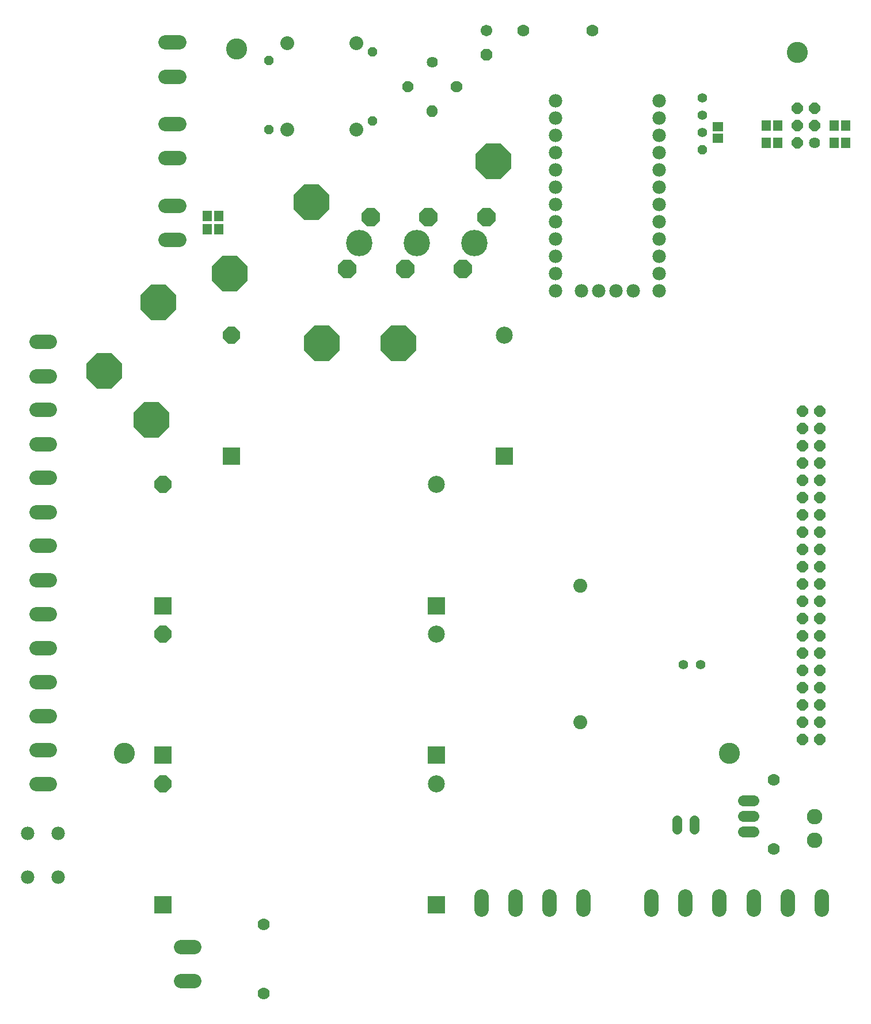
<source format=gbs>
G75*
G70*
%OFA0B0*%
%FSLAX24Y24*%
%IPPOS*%
%LPD*%
%AMOC8*
5,1,8,0,0,1.08239X$1,22.5*
%
%ADD10C,0.1221*%
%ADD11C,0.0560*%
%ADD12C,0.0808*%
%ADD13C,0.0780*%
%ADD14R,0.0631X0.0552*%
%ADD15OC8,0.0555*%
%ADD16C,0.0555*%
%ADD17C,0.0820*%
%ADD18R,0.0552X0.0631*%
%ADD19C,0.0800*%
%ADD20OC8,0.0560*%
%ADD21OC8,0.0640*%
%ADD22C,0.0900*%
%ADD23R,0.0985X0.0985*%
%ADD24OC8,0.0985*%
%ADD25C,0.0985*%
%ADD26OC8,0.2040*%
%ADD27C,0.0640*%
%ADD28C,0.0560*%
%ADD29C,0.0700*%
%ADD30OC8,0.1040*%
%ADD31C,0.1528*%
%ADD32C,0.0640*%
%ADD33OC8,0.0670*%
%ADD34C,0.0670*%
%ADD35C,0.0128*%
D10*
X008516Y015898D03*
X043556Y015898D03*
X047493Y056449D03*
X015012Y056646D03*
D11*
X040890Y021016D03*
X041890Y021016D03*
D12*
X034894Y017709D03*
X034894Y025583D03*
D13*
X002902Y008713D03*
X004682Y008713D03*
X004682Y011273D03*
X002902Y011273D03*
X033469Y042674D03*
X033469Y043674D03*
X033469Y044674D03*
X033469Y045674D03*
X033469Y046674D03*
X033469Y047674D03*
X033469Y048674D03*
X033469Y049674D03*
X033469Y050674D03*
X033469Y051674D03*
X033469Y052674D03*
X033469Y053674D03*
X039469Y053674D03*
X039469Y052674D03*
X039469Y051674D03*
X039469Y050674D03*
X039469Y049674D03*
X039469Y048674D03*
X039469Y047674D03*
X039469Y046674D03*
X039469Y045674D03*
X039469Y044674D03*
X039469Y043674D03*
X039469Y042674D03*
X037969Y042674D03*
X036969Y042674D03*
X035969Y042674D03*
X034969Y042674D03*
D14*
X042867Y051489D03*
X042867Y052158D03*
D15*
X041981Y050815D03*
D16*
X041981Y051815D03*
X041981Y052815D03*
X041981Y053815D03*
D17*
X011662Y055076D02*
X010882Y055076D01*
X010882Y057046D02*
X011662Y057046D01*
X011662Y052321D02*
X010882Y052321D01*
X010882Y050351D02*
X011662Y050351D01*
X011662Y047597D02*
X010882Y047597D01*
X010882Y045627D02*
X011662Y045627D01*
X004182Y039723D02*
X003402Y039723D01*
X003402Y037743D02*
X004182Y037743D01*
X004182Y035786D02*
X003402Y035786D01*
X003402Y033806D02*
X004182Y033806D01*
X004182Y031849D02*
X003402Y031849D01*
X003402Y029869D02*
X004182Y029869D01*
X004182Y027912D02*
X003402Y027912D01*
X003402Y025932D02*
X004182Y025932D01*
X004182Y023975D02*
X003402Y023975D01*
X003402Y021995D02*
X004182Y021995D01*
X004182Y020038D02*
X003402Y020038D01*
X003402Y018058D02*
X004182Y018058D01*
X004182Y016101D02*
X003402Y016101D01*
X003402Y014121D02*
X004182Y014121D01*
X011768Y004683D02*
X012548Y004683D01*
X012548Y002713D02*
X011768Y002713D01*
X029180Y006847D02*
X029180Y007627D01*
X031150Y007627D02*
X031150Y006847D01*
X033117Y006847D02*
X033117Y007627D01*
X035087Y007627D02*
X035087Y006847D01*
X039022Y006847D02*
X039022Y007627D01*
X040992Y007627D02*
X040992Y006847D01*
X042959Y006847D02*
X042959Y007627D01*
X044929Y007627D02*
X044929Y006847D01*
X046896Y006847D02*
X046896Y007627D01*
X048866Y007627D02*
X048866Y006847D01*
D18*
X013969Y046213D03*
X013300Y046213D03*
X013300Y047000D03*
X013969Y047000D03*
X045681Y051233D03*
X046351Y051233D03*
X046351Y052217D03*
X045681Y052217D03*
X049619Y052217D03*
X050288Y052217D03*
X050288Y051233D03*
X049619Y051233D03*
D19*
X021933Y051981D03*
X017933Y051981D03*
X017933Y056981D03*
X021933Y056981D03*
D20*
X022886Y056481D03*
X022886Y052481D03*
X016882Y051989D03*
X016882Y055989D03*
D21*
X047485Y053217D03*
X048485Y053217D03*
X048485Y052217D03*
X047485Y052217D03*
X047485Y051217D03*
X047792Y035693D03*
X047792Y034693D03*
X047792Y033693D03*
X047792Y032693D03*
X047792Y031693D03*
X047792Y030693D03*
X047792Y029693D03*
X047792Y028693D03*
X047792Y027693D03*
X047792Y026693D03*
X047792Y025693D03*
X047792Y024693D03*
X047792Y023693D03*
X047792Y022693D03*
X047792Y021693D03*
X047792Y020693D03*
X047792Y019693D03*
X047792Y018693D03*
X047792Y017693D03*
X047792Y016693D03*
X048792Y016693D03*
X048792Y017693D03*
X048792Y018693D03*
X048792Y019693D03*
X048792Y020693D03*
X048792Y021693D03*
X048792Y022693D03*
X048792Y023693D03*
X048792Y024693D03*
X048792Y025693D03*
X048792Y026693D03*
X048792Y027693D03*
X048792Y028693D03*
X048792Y029693D03*
X048792Y030693D03*
X048792Y031693D03*
X048792Y032693D03*
X048792Y033693D03*
X048792Y034693D03*
X048792Y035693D03*
D22*
X048477Y012237D03*
X048477Y010859D03*
D23*
X030524Y033103D03*
X026587Y024441D03*
X026587Y015780D03*
X026587Y007119D03*
X010760Y007119D03*
X010760Y015780D03*
X010760Y024441D03*
X014697Y033103D03*
D24*
X010760Y031449D03*
X010760Y022788D03*
X010760Y014126D03*
X014697Y040111D03*
D25*
X026587Y031449D03*
X026587Y022788D03*
X026587Y014126D03*
X030524Y040111D03*
D26*
X024363Y039619D03*
X019933Y039619D03*
X014619Y043654D03*
X010485Y041981D03*
X007335Y038044D03*
X010091Y035189D03*
X019343Y047788D03*
X029874Y050150D03*
D27*
X044330Y013156D02*
X044930Y013156D01*
X044930Y012256D02*
X044330Y012256D01*
X044330Y011356D02*
X044930Y011356D01*
D28*
X041496Y011504D02*
X041496Y012024D01*
X040496Y012024D02*
X040496Y011504D01*
D29*
X046115Y010355D03*
X046115Y014355D03*
X016587Y005989D03*
X016587Y001989D03*
X031615Y057729D03*
X035615Y057729D03*
D30*
X029473Y046926D03*
X028111Y043926D03*
X026126Y046926D03*
X024764Y043926D03*
X022780Y046926D03*
X021418Y043926D03*
D31*
X022099Y045426D03*
X025445Y045426D03*
X028792Y045426D03*
D32*
X026331Y055895D03*
X048485Y051217D03*
D33*
X029481Y056340D03*
D34*
X029481Y057740D03*
D35*
X027787Y054290D02*
X027851Y054226D01*
X027639Y054226D01*
X027490Y054375D01*
X027490Y054587D01*
X027639Y054736D01*
X027851Y054736D01*
X028000Y054587D01*
X028000Y054375D01*
X027851Y054226D01*
X027811Y054322D01*
X027679Y054322D01*
X027586Y054415D01*
X027586Y054547D01*
X027679Y054640D01*
X027811Y054640D01*
X027904Y054547D01*
X027904Y054415D01*
X027811Y054322D01*
X027771Y054418D01*
X027719Y054418D01*
X027682Y054455D01*
X027682Y054507D01*
X027719Y054544D01*
X027771Y054544D01*
X027808Y054507D01*
X027808Y054455D01*
X027771Y054418D01*
X026373Y052875D02*
X026437Y052811D01*
X026225Y052811D01*
X026076Y052960D01*
X026076Y053172D01*
X026225Y053321D01*
X026437Y053321D01*
X026586Y053172D01*
X026586Y052960D01*
X026437Y052811D01*
X026397Y052907D01*
X026265Y052907D01*
X026172Y053000D01*
X026172Y053132D01*
X026265Y053225D01*
X026397Y053225D01*
X026490Y053132D01*
X026490Y053000D01*
X026397Y052907D01*
X026357Y053003D01*
X026305Y053003D01*
X026268Y053040D01*
X026268Y053092D01*
X026305Y053129D01*
X026357Y053129D01*
X026394Y053092D01*
X026394Y053040D01*
X026357Y053003D01*
X024959Y054290D02*
X025023Y054226D01*
X024811Y054226D01*
X024662Y054375D01*
X024662Y054587D01*
X024811Y054736D01*
X025023Y054736D01*
X025172Y054587D01*
X025172Y054375D01*
X025023Y054226D01*
X024983Y054322D01*
X024851Y054322D01*
X024758Y054415D01*
X024758Y054547D01*
X024851Y054640D01*
X024983Y054640D01*
X025076Y054547D01*
X025076Y054415D01*
X024983Y054322D01*
X024943Y054418D01*
X024891Y054418D01*
X024854Y054455D01*
X024854Y054507D01*
X024891Y054544D01*
X024943Y054544D01*
X024980Y054507D01*
X024980Y054455D01*
X024943Y054418D01*
M02*

</source>
